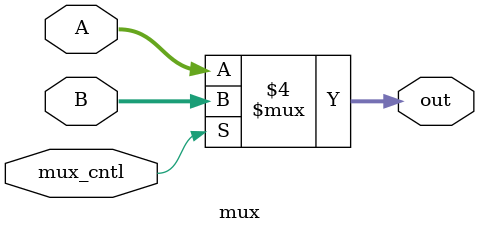
<source format=v>
module mux(A,B,out,mux_cntl);
	input [15:0] A, B;
	input mux_cntl;
	output reg [15:0] out;
	
	always @(*) begin
		if(mux_cntl == 1) out = B;
		else out = A;
	end
	
endmodule

</source>
